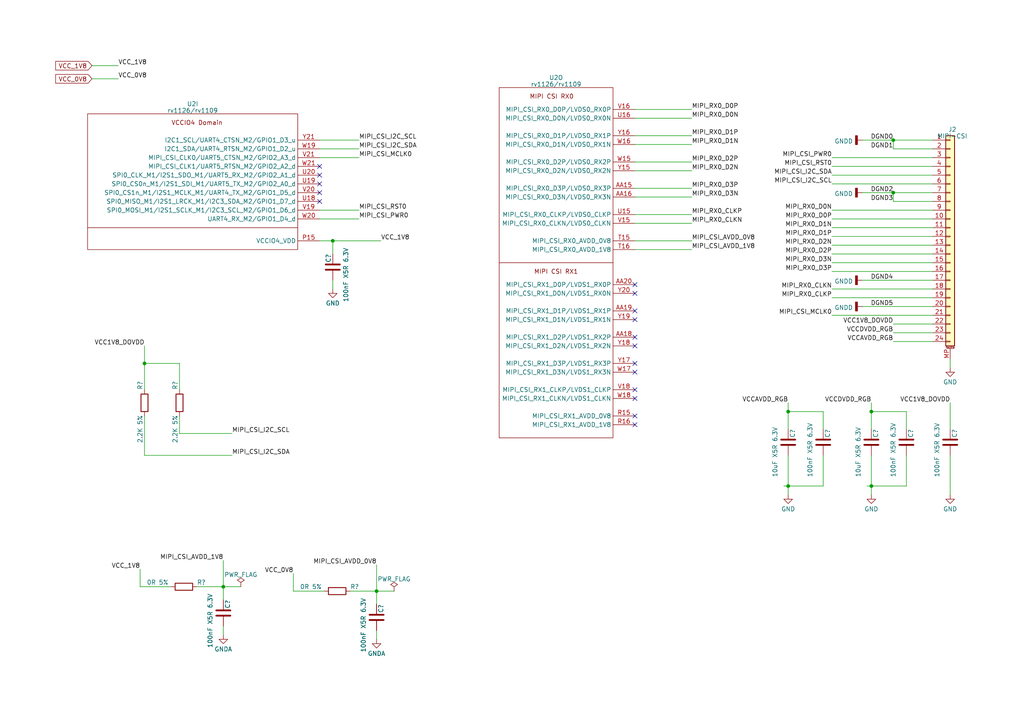
<source format=kicad_sch>
(kicad_sch (version 20230121) (generator eeschema)
  (paper "A4")
  (title_block (title "Leaf RV1126 RK809 Camera") (date "2023-02-25") (rev "1") (company "Qingdao IotPi Information Technology"))
  (junction (at 41.91 105.41))
  (junction (at 252.73 140.97))
  (junction (at 228.6 119.38))
  (junction (at 64.77 170.18))
  (junction (at 228.6 140.97))
  (junction (at 259.08 40.64))
  (junction (at 96.52 69.85))
  (junction (at 252.73 119.38))
  (junction (at 259.08 55.88))
  (junction (at 109.22 171.45))
  (no_connect (at 184.15 123.19))
  (no_connect (at 92.71 50.8))
  (no_connect (at 184.15 105.41))
  (no_connect (at 184.15 100.33))
  (no_connect (at 184.15 113.03))
  (no_connect (at 184.15 115.57))
  (no_connect (at 92.71 53.34))
  (no_connect (at 184.15 82.55))
  (no_connect (at 92.71 48.26))
  (no_connect (at 92.71 58.42))
  (no_connect (at 184.15 90.17))
  (no_connect (at 184.15 92.71))
  (no_connect (at 184.15 120.65))
  (no_connect (at 184.15 107.95))
  (no_connect (at 184.15 97.79))
  (no_connect (at 184.15 85.09))
  (no_connect (at 92.71 55.88))
  (wire (pts (xy 52.07 105.41) (xy 41.91 105.41)))
  (wire (pts (xy 252.73 119.38) (xy 252.73 124.46)))
  (wire (pts (xy 96.52 81.28) (xy 96.52 83.82)))
  (wire (pts (xy 275.59 116.84) (xy 275.59 124.46)))
  (wire (pts (xy 184.15 69.85) (xy 200.66 69.85)))
  (wire (pts (xy 92.71 45.72) (xy 104.14 45.72)))
  (wire (pts (xy 241.3 66.04) (xy 270.51 66.04)))
  (wire (pts (xy 252.73 140.97) (xy 262.89 140.97)))
  (wire (pts (xy 40.64 165.1) (xy 40.64 170.18)))
  (wire (pts (xy 250.19 88.9) (xy 270.51 88.9)))
  (wire (pts (xy 241.3 91.44) (xy 270.51 91.44)))
  (wire (pts (xy 64.77 170.18) (xy 64.77 173.99)))
  (wire (pts (xy 259.08 40.64) (xy 259.08 43.18)))
  (wire (pts (xy 40.64 170.18) (xy 49.53 170.18)))
  (wire (pts (xy 184.15 41.91) (xy 200.66 41.91)))
  (wire (pts (xy 184.15 62.23) (xy 200.66 62.23)))
  (wire (pts (xy 241.3 53.34) (xy 270.51 53.34)))
  (wire (pts (xy 252.73 132.08) (xy 252.73 140.97)))
  (wire (pts (xy 259.08 40.64) (xy 270.51 40.64)))
  (wire (pts (xy 184.15 31.75) (xy 200.66 31.75)))
  (wire (pts (xy 85.09 171.45) (xy 93.98 171.45)))
  (wire (pts (xy 241.3 48.26) (xy 270.51 48.26)))
  (wire (pts (xy 96.52 69.85) (xy 110.49 69.85)))
  (wire (pts (xy 41.91 120.65) (xy 41.91 132.08)))
  (wire (pts (xy 57.15 170.18) (xy 64.77 170.18)))
  (wire (pts (xy 96.52 69.85) (xy 96.52 73.66)))
  (wire (pts (xy 67.31 132.08) (xy 41.91 132.08)))
  (wire (pts (xy 259.08 55.88) (xy 270.51 55.88)))
  (wire (pts (xy 64.77 170.18) (xy 69.85 170.18)))
  (wire (pts (xy 85.09 166.37) (xy 85.09 171.45)))
  (wire (pts (xy 275.59 132.08) (xy 275.59 143.51)))
  (wire (pts (xy 52.07 120.65) (xy 52.07 125.73)))
  (wire (pts (xy 241.3 78.74) (xy 270.51 78.74)))
  (wire (pts (xy 238.76 119.38) (xy 228.6 119.38)))
  (wire (pts (xy 241.3 60.96) (xy 270.51 60.96)))
  (wire (pts (xy 241.3 76.2) (xy 270.51 76.2)))
  (wire (pts (xy 184.15 57.15) (xy 200.66 57.15)))
  (wire (pts (xy 259.08 96.52) (xy 270.51 96.52)))
  (wire (pts (xy 228.6 132.08) (xy 228.6 140.97)))
  (wire (pts (xy 184.15 39.37) (xy 200.66 39.37)))
  (wire (pts (xy 228.6 140.97) (xy 228.6 143.51)))
  (wire (pts (xy 41.91 100.33) (xy 41.91 105.41)))
  (wire (pts (xy 41.91 105.41) (xy 41.91 113.03)))
  (wire (pts (xy 109.22 163.83) (xy 109.22 171.45)))
  (wire (pts (xy 184.15 54.61) (xy 200.66 54.61)))
  (wire (pts (xy 250.19 81.28) (xy 270.51 81.28)))
  (wire (pts (xy 92.71 43.18) (xy 104.14 43.18)))
  (wire (pts (xy 184.15 34.29) (xy 200.66 34.29)))
  (wire (pts (xy 52.07 113.03) (xy 52.07 105.41)))
  (wire (pts (xy 184.15 46.99) (xy 200.66 46.99)))
  (wire (pts (xy 109.22 171.45) (xy 114.3 171.45)))
  (wire (pts (xy 241.3 68.58) (xy 270.51 68.58)))
  (wire (pts (xy 92.71 60.96) (xy 104.14 60.96)))
  (wire (pts (xy 228.6 116.84) (xy 228.6 119.38)))
  (wire (pts (xy 101.6 171.45) (xy 109.22 171.45)))
  (wire (pts (xy 241.3 71.12) (xy 270.51 71.12)))
  (wire (pts (xy 262.89 132.08) (xy 262.89 140.97)))
  (wire (pts (xy 259.08 55.88) (xy 259.08 58.42)))
  (wire (pts (xy 228.6 119.38) (xy 228.6 124.46)))
  (wire (pts (xy 275.59 104.14) (xy 275.59 106.68)))
  (wire (pts (xy 92.71 40.64) (xy 104.14 40.64)))
  (wire (pts (xy 64.77 181.61) (xy 64.77 184.15)))
  (wire (pts (xy 26.67 19.05) (xy 34.29 19.05)))
  (wire (pts (xy 109.22 182.88) (xy 109.22 185.42)))
  (wire (pts (xy 259.08 58.42) (xy 270.51 58.42)))
  (wire (pts (xy 109.22 171.45) (xy 109.22 175.26)))
  (wire (pts (xy 228.6 140.97) (xy 238.76 140.97)))
  (wire (pts (xy 259.08 93.98) (xy 270.51 93.98)))
  (wire (pts (xy 92.71 63.5) (xy 104.14 63.5)))
  (wire (pts (xy 241.3 83.82) (xy 270.51 83.82)))
  (wire (pts (xy 26.67 22.86) (xy 34.29 22.86)))
  (wire (pts (xy 262.89 119.38) (xy 252.73 119.38)))
  (wire (pts (xy 241.3 86.36) (xy 270.51 86.36)))
  (wire (pts (xy 250.19 40.64) (xy 259.08 40.64)))
  (wire (pts (xy 92.71 69.85) (xy 96.52 69.85)))
  (wire (pts (xy 184.15 64.77) (xy 200.66 64.77)))
  (wire (pts (xy 259.08 99.06) (xy 270.51 99.06)))
  (wire (pts (xy 227.33 140.97) (xy 228.6 140.97)))
  (wire (pts (xy 184.15 72.39) (xy 200.66 72.39)))
  (wire (pts (xy 252.73 140.97) (xy 252.73 143.51)))
  (wire (pts (xy 252.73 116.84) (xy 252.73 119.38)))
  (wire (pts (xy 238.76 132.08) (xy 238.76 140.97)))
  (wire (pts (xy 241.3 45.72) (xy 270.51 45.72)))
  (wire (pts (xy 251.46 140.97) (xy 252.73 140.97)))
  (wire (pts (xy 241.3 50.8) (xy 270.51 50.8)))
  (wire (pts (xy 250.19 55.88) (xy 259.08 55.88)))
  (wire (pts (xy 184.15 49.53) (xy 200.66 49.53)))
  (wire (pts (xy 64.77 162.56) (xy 64.77 170.18)))
  (wire (pts (xy 238.76 119.38) (xy 238.76 124.46)))
  (wire (pts (xy 262.89 119.38) (xy 262.89 124.46)))
  (wire (pts (xy 259.08 43.18) (xy 270.51 43.18)))
  (wire (pts (xy 241.3 63.5) (xy 270.51 63.5)))
  (wire (pts (xy 241.3 73.66) (xy 270.51 73.66)))
  (wire (pts (xy 52.07 125.73) (xy 67.31 125.73)))
  (label "MIPI_RX0_D2P" (at 200.66 46.99 0))
  (label "VCC_1V8" (at 110.49 69.85 0))
  (label "MIPI_CSI_MCLK0" (at 104.14 45.72 0))
  (label "VCC_0V8" (at 34.29 22.86 0))
  (label "MIPI_RX0_D3N" (at 241.3 76.2 180))
  (label "MIPI_CSI_AVDD_1V8" (at 200.66 72.39 0))
  (label "MIPI_RX0_CLKN" (at 241.3 83.82 180))
  (label "MIPI_RX0_D1P" (at 200.66 39.37 0))
  (label "DGND3" (at 259.08 58.42 180))
  (label "MIPI_RX0_D1N" (at 200.66 41.91 0))
  (label "MIPI_CSI_AVDD_0V8" (at 109.22 163.83 180))
  (label "VCC_1V8" (at 34.29 19.05 0))
  (label "MIPI_CSI_PWR0" (at 241.3 45.72 180))
  (label "DGND1" (at 259.08 43.18 180))
  (label "MIPI_RX0_D2P" (at 241.3 73.66 180))
  (label "MIPI_RX0_CLKP" (at 241.3 86.36 180))
  (label "MIPI_RX0_CLKP" (at 200.66 62.23 0))
  (label "MIPI_CSI_RST0" (at 241.3 48.26 180))
  (label "MIPI_RX0_D3P" (at 200.66 54.61 0))
  (label "VCC1V8_DOVDD" (at 41.91 100.33 180))
  (label "VCCAVDD_RGB" (at 259.08 99.06 180))
  (label "VCC_1V8" (at 40.64 165.1 180))
  (label "VCC_0V8" (at 85.09 166.37 180))
  (label "DGND0" (at 259.08 40.64 180))
  (label "VCCDVDD_RGB" (at 252.73 116.84 180))
  (label "MIPI_CSI_MCLK0" (at 241.3 91.44 180))
  (label "MIPI_RX0_D2N" (at 241.3 71.12 180))
  (label "MIPI_RX0_D0P" (at 241.3 63.5 180))
  (label "MIPI_CSI_AVDD_1V8" (at 64.77 162.56 180))
  (label "VCC1V8_DOVDD" (at 259.08 93.98 180))
  (label "MIPI_RX0_D0P" (at 200.66 31.75 0))
  (label "MIPI_CSI_I2C_SDA" (at 241.3 50.8 180))
  (label "MIPI_RX0_D1N" (at 241.3 66.04 180))
  (label "MIPI_CSI_AVDD_0V8" (at 200.66 69.85 0))
  (label "MIPI_CSI_I2C_SCL" (at 241.3 53.34 180))
  (label "DGND2" (at 259.08 55.88 180))
  (label "MIPI_CSI_PWR0" (at 104.14 63.5 0))
  (label "MIPI_CSI_I2C_SDA" (at 67.31 132.08 0))
  (label "MIPI_CSI_I2C_SCL" (at 104.14 40.64 0))
  (label "MIPI_CSI_I2C_SCL" (at 67.31 125.73 0))
  (label "MIPI_CSI_RST0" (at 104.14 60.96 0))
  (label "MIPI_RX0_D0N" (at 241.3 60.96 180))
  (label "VCCDVDD_RGB" (at 259.08 96.52 180))
  (label "MIPI_RX0_D3N" (at 200.66 57.15 0))
  (label "VCCAVDD_RGB" (at 228.6 116.84 180))
  (label "DGND4" (at 259.08 81.28 180))
  (label "MIPI_CSI_I2C_SDA" (at 104.14 43.18 0))
  (label "MIPI_RX0_D2N" (at 200.66 49.53 0))
  (label "MIPI_RX0_D0N" (at 200.66 34.29 0))
  (label "DGND5" (at 259.08 88.9 180))
  (label "MIPI_RX0_D3P" (at 241.3 78.74 180))
  (label "VCC1V8_DOVDD" (at 275.59 116.84 180))
  (label "MIPI_RX0_D1P" (at 241.3 68.58 180))
  (label "MIPI_RX0_CLKN" (at 200.66 64.77 0))
  (global_label "VCC_1V8" (shape input) (at 26.67 19.05 180) (property "Intersheetrefs" "${INTERSHEET_REFS}" (effects hide)))
  (global_label "VCC_0V8" (shape input) (at 26.67 22.86 180) (property "Intersheetrefs" "${INTERSHEET_REFS}" (effects hide)))
  (symbol (lib_id "power:GND") (at 275.59 106.68 0) (unit 1)
    (property "Reference" "#PWR?" (effects hide))
    (property "Value" "GND" (at 275.59 110.8155 0))
    (instances (project "leaf" (path "" (reference "#PWR?") (unit 1)) (path "" (reference "#PWR037") (unit 1))))
  )
  (symbol (lib_id "Device:C") (at 275.59 128.27 0) (unit 1)
    (property "Reference" "C?" (at 276.86 127 90) (effects (justify left)))
    (property "Value" "100nF X5R 6.3V" (at 271.78 138.43 90) (effects (justify left)))
    (property "Footprint" "Capacitor_SMD:C_0201_0603Metric" (effects hide))
    (property "Description" "容值: 100nF 精度: ±10% 额定电压: 6.3V 材质(温度系数): X5R 材质:X5R" (effects hide))
    (property "LCSC" "C76928" (effects hide))
    (property "Model" "GRM033R60J104KE19D" (effects hide))
    (property "Vendor" "muRata(村田)" (effects hide))
    (instances (project "leaf" (path "" (reference "C?") (unit 1)) (path "" (reference "C?") (unit 1)) (path "" (reference "C?") (unit 1)) (path "" (reference "C?") (unit 1)) (path "" (reference "C?") (unit 1)) (path "" (reference "C31") (unit 1))))
  )
  (symbol (lib_id "Device:R") (at 97.79 171.45 90) (unit 1)
    (property "Reference" "R?" (at 102.87 170.18 90))
    (property "Value" "0R 5%" (at 90.17 170.18 90))
    (property "Footprint" "Resistor_SMD:R_0402_1005Metric" (effects hide))
    (property "Description" "电阻类型: 厚膜电阻 阻值: 0Ω 精度: ±1% 功率: 1/16W 温度系数: ±800ppm/℃ 最大工作电压: 50V 工作" (effects hide))
    (property "LCSC" "C17168" (effects hide))
    (property "Model" "0402WGF0000TCE" (effects hide))
    (property "Vendor" "UNI-ROYAL(厚声)" (effects hide))
    (instances (project "leaf" (path "" (reference "R?") (unit 1)) (path "" (reference "R?") (unit 1)) (path "" (reference "R?") (unit 1)) (path "" (reference "R23") (unit 1))))
  )
  (symbol (lib_id "Connector_Generic_MountingPin:Conn_01x24_MountingPin") (at 275.59 68.58 0) (unit 1)
    (property "Reference" "J2" (at 276.225 37.5539 0))
    (property "Value" "MIPI-CSI" (at 276.225 39.4749 0))
    (property "Footprint" "Connector_FFC-FPC:Hirose_FH12-24S-0.5SH_1x24-1MP_P0.50mm_Horizontal" (effects hide))
  )
  (symbol (lib_id "Device:R") (at 41.91 116.84 180) (unit 1)
    (property "Reference" "R?" (at 40.64 111.76 90))
    (property "Value" "2.2K 5%" (at 40.64 124.46 90))
    (property "Footprint" "Resistor_SMD:R_0402_1005Metric" (effects hide))
    (property "Description" "阻值: 2.2kΩ 精度: ±5% 功率: 0.0625W 温度系数: ±100ppm/℃" (effects hide))
    (property "LCSC" "C966701" (effects hide))
    (property "Model" "CQ02WGJ0222TCE" (effects hide))
    (property "Vendor" "UNI-ROYAL(厚声)" (effects hide))
    (instances (project "leaf" (path "" (reference "R?") (unit 1)) (path "" (reference "R?") (unit 1)) (path "" (reference "R?") (unit 1)) (path "" (reference "R20") (unit 1))))
  )
  (symbol (lib_id "Device:C") (at 252.73 128.27 0) (unit 1)
    (property "Reference" "C?" (at 254 127 90) (effects (justify left)))
    (property "Value" "10uF X5R 6.3V" (at 248.92 138.43 90) (effects (justify left)))
    (property "Footprint" "Capacitor_SMD:C_0402_1005Metric" (effects hide))
    (property "Description" "容值: 10uF 精度: ±20% 额定电压: 10V 材质(温度系数): X5R 材质:X5R" (effects hide))
    (property "LCSC" "C77000" (effects hide))
    (property "Model" "GRM155R61A106ME44D" (effects hide))
    (property "Vendor" "muRata(村田)" (effects hide))
    (instances (project "leaf" (path "" (reference "C?") (unit 1)) (path "" (reference "C?") (unit 1)) (path "" (reference "C?") (unit 1)) (path "" (reference "C?") (unit 1)) (path "" (reference "C?") (unit 1)) (path "" (reference "C29") (unit 1))))
  )
  (symbol (lib_id "power:PWR_FLAG") (at 114.3 171.45 0) (unit 1)
    (property "Reference" "#FLG07" (effects hide))
    (property "Value" "PWR_FLAG" (at 114.3 167.9481 0))
  )
  (symbol (lib_id "Device:C") (at 96.52 77.47 0) (mirror y) (unit 1)
    (property "Reference" "C?" (at 95.25 76.2 90) (effects (justify left)))
    (property "Value" "100nF X5R 6.3V" (at 100.33 87.63 90) (effects (justify left)))
    (property "Footprint" "Capacitor_SMD:C_0201_0603Metric" (effects hide))
    (property "Description" "容值: 100nF 精度: ±10% 额定电压: 6.3V 材质(温度系数): X5R 材质:X5R" (effects hide))
    (property "LCSC" "C76928" (effects hide))
    (property "Model" "GRM033R60J104KE19D" (effects hide))
    (property "Vendor" "muRata(村田)" (effects hide))
    (instances (project "leaf" (path "" (reference "C?") (unit 1)) (path "" (reference "C?") (unit 1)) (path "" (reference "C?") (unit 1)) (path "" (reference "C?") (unit 1)) (path "" (reference "C?") (unit 1)) (path "" (reference "C25") (unit 1))))
  )
  (symbol (lib_id "Device:C") (at 238.76 128.27 0) (unit 1)
    (property "Reference" "C?" (at 240.03 127 90) (effects (justify left)))
    (property "Value" "100nF X5R 6.3V" (at 234.95 138.43 90) (effects (justify left)))
    (property "Footprint" "Capacitor_SMD:C_0201_0603Metric" (effects hide))
    (property "Description" "容值: 100nF 精度: ±10% 额定电压: 6.3V 材质(温度系数): X5R 材质:X5R" (effects hide))
    (property "LCSC" "C76928" (effects hide))
    (property "Model" "GRM033R60J104KE19D" (effects hide))
    (property "Vendor" "muRata(村田)" (effects hide))
    (instances (project "leaf" (path "" (reference "C?") (unit 1)) (path "" (reference "C?") (unit 1)) (path "" (reference "C?") (unit 1)) (path "" (reference "C?") (unit 1)) (path "" (reference "C?") (unit 1)) (path "" (reference "C28") (unit 1))))
  )
  (symbol (lib_id "Device:C") (at 64.77 177.8 0) (unit 1)
    (property "Reference" "C?" (at 66.04 176.53 90) (effects (justify left)))
    (property "Value" "100nF X5R 6.3V" (at 60.96 187.96 90) (effects (justify left)))
    (property "Footprint" "Capacitor_SMD:C_0201_0603Metric" (effects hide))
    (property "Description" "容值: 100nF 精度: ±10% 额定电压: 6.3V 材质(温度系数): X5R 材质:X5R" (effects hide))
    (property "LCSC" "C76928" (effects hide))
    (property "Model" "GRM033R60J104KE19D" (effects hide))
    (property "Vendor" "muRata(村田)" (effects hide))
    (instances (project "leaf" (path "" (reference "C?") (unit 1)) (path "" (reference "C?") (unit 1)) (path "" (reference "C?") (unit 1)) (path "" (reference "C?") (unit 1)) (path "" (reference "C?") (unit 1)) (path "" (reference "C24") (unit 1))))
  )
  (symbol (lib_id "Device:C") (at 109.22 179.07 0) (unit 1)
    (property "Reference" "C?" (at 110.49 177.8 90) (effects (justify left)))
    (property "Value" "100nF X5R 6.3V" (at 105.41 189.23 90) (effects (justify left)))
    (property "Footprint" "Capacitor_SMD:C_0201_0603Metric" (effects hide))
    (property "Description" "容值: 100nF 精度: ±10% 额定电压: 6.3V 材质(温度系数): X5R 材质:X5R" (effects hide))
    (property "LCSC" "C76928" (effects hide))
    (property "Model" "GRM033R60J104KE19D" (effects hide))
    (property "Vendor" "muRata(村田)" (effects hide))
    (instances (project "leaf" (path "" (reference "C?") (unit 1)) (path "" (reference "C?") (unit 1)) (path "" (reference "C?") (unit 1)) (path "" (reference "C?") (unit 1)) (path "" (reference "C?") (unit 1)) (path "" (reference "C26") (unit 1))))
  )
  (symbol (lib_id "power:GND") (at 252.73 143.51 0) (unit 1)
    (property "Reference" "#PWR?" (effects hide))
    (property "Value" "GND" (at 252.73 147.6455 0))
    (instances (project "leaf" (path "" (reference "#PWR?") (unit 1)) (path "" (reference "#PWR036") (unit 1))))
  )
  (symbol (lib_id "power:GND") (at 228.6 143.51 0) (unit 1)
    (property "Reference" "#PWR?" (effects hide))
    (property "Value" "GND" (at 228.6 147.6455 0))
    (instances (project "leaf" (path "" (reference "#PWR?") (unit 1)) (path "" (reference "#PWR031") (unit 1))))
  )
  (symbol (lib_id "power:GND") (at 275.59 143.51 0) (unit 1)
    (property "Reference" "#PWR?" (effects hide))
    (property "Value" "GND" (at 275.59 147.6455 0))
    (instances (project "leaf" (path "" (reference "#PWR?") (unit 1)) (path "" (reference "#PWR038") (unit 1))))
  )
  (symbol (lib_id "power:GNDA") (at 109.22 185.42 0) (mirror y) (unit 1)
    (property "Reference" "#PWR030" (effects hide))
    (property "Value" "GNDA" (at 109.22 189.5555 0))
  )
  (symbol (lib_id "power:GNDA") (at 64.77 184.15 0) (mirror y) (unit 1)
    (property "Reference" "#PWR028" (effects hide))
    (property "Value" "GNDA" (at 64.77 188.2855 0))
  )
  (symbol (lib_id "power:GNDD") (at 250.19 40.64 270) (unit 1)
    (property "Reference" "#PWR032" (effects hide))
    (property "Value" "GNDD" (at 247.3961 40.9568 90) (effects (justify right)))
  )
  (symbol (lib_id "power:GNDD") (at 250.19 88.9 270) (unit 1)
    (property "Reference" "#PWR035" (effects hide))
    (property "Value" "GNDD" (at 247.3961 89.2168 90) (effects (justify right)))
  )
  (symbol (lib_id "power:PWR_FLAG") (at 69.85 170.18 0) (unit 1)
    (property "Reference" "#FLG06" (effects hide))
    (property "Value" "PWR_FLAG" (at 69.85 166.6781 0))
  )
  (symbol (lib_id "Device:R") (at 52.07 116.84 180) (unit 1)
    (property "Reference" "R?" (at 50.8 111.76 90))
    (property "Value" "2.2K 5%" (at 50.8 124.46 90))
    (property "Footprint" "Resistor_SMD:R_0402_1005Metric" (effects hide))
    (property "Description" "阻值: 2.2kΩ 精度: ±5% 功率: 0.0625W 温度系数: ±100ppm/℃" (effects hide))
    (property "LCSC" "C966701" (effects hide))
    (property "Model" "CQ02WGJ0222TCE" (effects hide))
    (property "Vendor" "UNI-ROYAL(厚声)" (effects hide))
    (instances (project "leaf" (path "" (reference "R?") (unit 1)) (path "" (reference "R?") (unit 1)) (path "" (reference "R?") (unit 1)) (path "" (reference "R21") (unit 1))))
  )
  (symbol (lib_id "Device:C") (at 228.6 128.27 0) (unit 1)
    (property "Reference" "C?" (at 229.87 127 90) (effects (justify left)))
    (property "Value" "10uF X5R 6.3V" (at 224.79 138.43 90) (effects (justify left)))
    (property "Footprint" "Capacitor_SMD:C_0402_1005Metric" (effects hide))
    (property "Description" "容值: 10uF 精度: ±20% 额定电压: 10V 材质(温度系数): X5R 材质:X5R" (effects hide))
    (property "LCSC" "C77000" (effects hide))
    (property "Model" "GRM155R61A106ME44D" (effects hide))
    (property "Vendor" "muRata(村田)" (effects hide))
    (instances (project "leaf" (path "" (reference "C?") (unit 1)) (path "" (reference "C?") (unit 1)) (path "" (reference "C?") (unit 1)) (path "" (reference "C?") (unit 1)) (path "" (reference "C?") (unit 1)) (path "" (reference "C27") (unit 1))))
  )
  (symbol (lib_id "power:GND") (at 96.52 83.82 0) (unit 1)
    (property "Reference" "#PWR029" (effects hide))
    (property "Value" "GND" (at 96.52 87.9555 0))
  )
  (symbol (lib_id "power:GNDD") (at 250.19 81.28 270) (unit 1)
    (property "Reference" "#PWR034" (effects hide))
    (property "Value" "GNDD" (at 247.3961 81.5968 90) (effects (justify right)))
  )
  (symbol (lib_id "power:GNDD") (at 250.19 55.88 270) (unit 1)
    (property "Reference" "#PWR033" (effects hide))
    (property "Value" "GNDD" (at 247.3961 56.1968 90) (effects (justify right)))
  )
  (symbol (lib_id "CPU_Rockchip:rv1126_rv1109") (at 55.88 57.15 0) (unit 9)
    (property "Reference" "U2" (at 55.88 30.1371 0))
    (property "Value" "rv1126/rv1109" (at 55.88 32.0581 0))
    (property "Footprint" "Rockchip_SoC:Rockchip_RV1126_FCCSP409LD_14.0x14.0mm" (effects hide))
  )
  (symbol (lib_id "Device:R") (at 53.34 170.18 90) (unit 1)
    (property "Reference" "R?" (at 58.42 168.91 90))
    (property "Value" "0R 5%" (at 45.72 168.91 90))
    (property "Footprint" "Resistor_SMD:R_0402_1005Metric" (effects hide))
    (property "Description" "电阻类型: 厚膜电阻 阻值: 0Ω 精度: ±1% 功率: 1/16W 温度系数: ±800ppm/℃ 最大工作电压: 50V 工作" (effects hide))
    (property "LCSC" "C17168" (effects hide))
    (property "Model" "0402WGF0000TCE" (effects hide))
    (property "Vendor" "UNI-ROYAL(厚声)" (effects hide))
    (instances (project "leaf" (path "" (reference "R?") (unit 1)) (path "" (reference "R?") (unit 1)) (path "" (reference "R?") (unit 1)) (path "" (reference "R22") (unit 1))))
  )
  (symbol (lib_id "CPU_Rockchip:rv1126_rv1109") (at 161.29 57.15 0) (unit 15)
    (property "Reference" "U2" (at 161.29 22.5171 0))
    (property "Value" "rv1126/rv1109" (at 161.29 24.4381 0))
    (property "Footprint" "Rockchip_SoC:Rockchip_RV1126_FCCSP409LD_14.0x14.0mm" (effects hide))
  )
  (symbol (lib_id "Device:C") (at 262.89 128.27 0) (unit 1)
    (property "Reference" "C?" (at 264.16 127 90) (effects (justify left)))
    (property "Value" "100nF X5R 6.3V" (at 259.08 138.43 90) (effects (justify left)))
    (property "Footprint" "Capacitor_SMD:C_0201_0603Metric" (effects hide))
    (property "Description" "容值: 100nF 精度: ±10% 额定电压: 6.3V 材质(温度系数): X5R 材质:X5R" (effects hide))
    (property "LCSC" "C76928" (effects hide))
    (property "Model" "GRM033R60J104KE19D" (effects hide))
    (property "Vendor" "muRata(村田)" (effects hide))
    (instances (project "leaf" (path "" (reference "C?") (unit 1)) (path "" (reference "C?") (unit 1)) (path "" (reference "C?") (unit 1)) (path "" (reference "C?") (unit 1)) (path "" (reference "C?") (unit 1)) (path "" (reference "C30") (unit 1))))
  )
)
</source>
